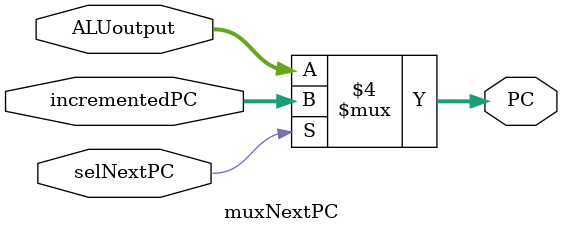
<source format=v>
`timescale 1ns / 1ps

module muxNextPC(incrementedPC, ALUoutput, selNextPC, PC);

    input [29 : 0] incrementedPC;
    input [29 : 0] ALUoutput;
    input selNextPC;
    
    output reg [29 : 0] PC;    

    always@(*) begin
        
        if(selNextPC == 1'b1) begin
            PC = incrementedPC;
        end
        
        else begin
            PC = ALUoutput;
        end
        
    end

endmodule

</source>
